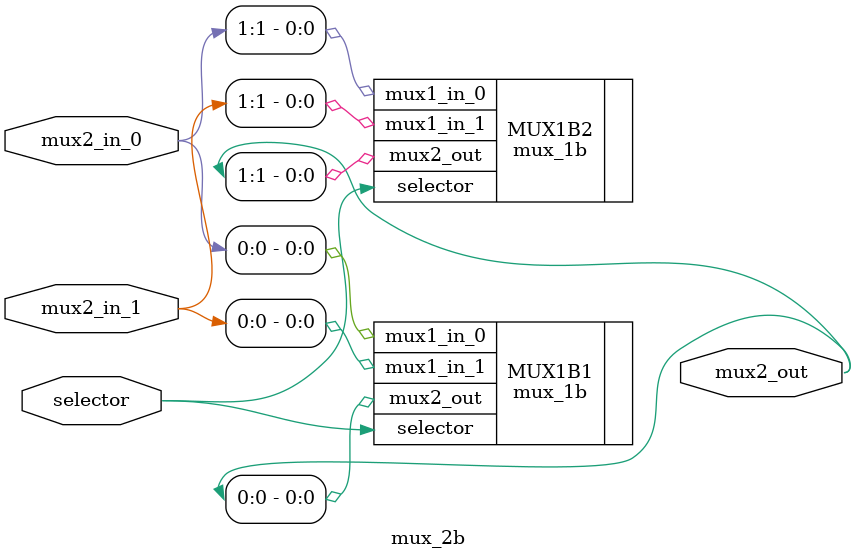
<source format=v>
`include "mux_1b.v"
module mux_2b(input selector,
            input [0:1] mux2_in_0,
            input [0:1] mux2_in_1,
            output reg [0:1] mux2_out);
mux_1b MUX1B1 (.mux1_in_0(mux2_in_0[0]), .mux1_in_1(mux2_in_1[0]), .selector(selector), .mux2_out(mux2_out[0]));
mux_1b MUX1B2 (.mux1_in_0(mux2_in_0[1]), .mux1_in_1(mux2_in_1[1]), .selector(selector), .mux2_out(mux2_out[1]));
endmodule

</source>
